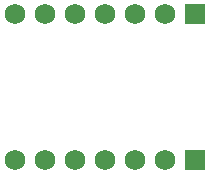
<source format=gbs>
G04*
G04 #@! TF.GenerationSoftware,Altium Limited,Altium Designer,23.2.1 (34)*
G04*
G04 Layer_Color=16711935*
%FSLAX44Y44*%
%MOMM*%
G71*
G04*
G04 #@! TF.SameCoordinates,7A8B7A28-FB81-42DE-AEC7-513869FFDE84*
G04*
G04*
G04 #@! TF.FilePolarity,Negative*
G04*
G01*
G75*
%ADD29C,1.7500*%
%ADD30R,1.7500X1.7500*%
D29*
X175260Y86360D02*
D03*
X149860Y209550D02*
D03*
X200660D02*
D03*
X226060D02*
D03*
X175260D02*
D03*
X124460D02*
D03*
X99060D02*
D03*
X149860Y86360D02*
D03*
X200660D02*
D03*
X226060D02*
D03*
X124460D02*
D03*
X99060D02*
D03*
D30*
X251460Y209550D02*
D03*
Y86360D02*
D03*
M02*

</source>
